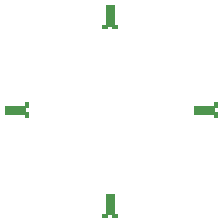
<source format=gbr>
%TF.GenerationSoftware,KiCad,Pcbnew,7.0.7*%
%TF.CreationDate,2024-01-19T08:56:41-05:00*%
%TF.ProjectId,LED_board,4c45445f-626f-4617-9264-2e6b69636164,rev?*%
%TF.SameCoordinates,Original*%
%TF.FileFunction,Paste,Top*%
%TF.FilePolarity,Positive*%
%FSLAX46Y46*%
G04 Gerber Fmt 4.6, Leading zero omitted, Abs format (unit mm)*
G04 Created by KiCad (PCBNEW 7.0.7) date 2024-01-19 08:56:41*
%MOMM*%
%LPD*%
G01*
G04 APERTURE LIST*
%ADD10C,0.010000*%
%ADD11R,0.560000X0.330000*%
%ADD12R,0.330000X0.560000*%
G04 APERTURE END LIST*
%TO.C,D2*%
D10*
X100315000Y-92850000D02*
X99685000Y-92850000D01*
X99685000Y-91150000D01*
X100315000Y-91150000D01*
X100315000Y-92850000D01*
G36*
X100315000Y-92850000D02*
G01*
X99685000Y-92850000D01*
X99685000Y-91150000D01*
X100315000Y-91150000D01*
X100315000Y-92850000D01*
G37*
%TO.C,D4*%
X108850000Y-100315000D02*
X107150000Y-100315000D01*
X107150000Y-99685000D01*
X108850000Y-99685000D01*
X108850000Y-100315000D01*
G36*
X108850000Y-100315000D02*
G01*
X107150000Y-100315000D01*
X107150000Y-99685000D01*
X108850000Y-99685000D01*
X108850000Y-100315000D01*
G37*
%TO.C,D1*%
X92850000Y-100315000D02*
X91150000Y-100315000D01*
X91150000Y-99685000D01*
X92850000Y-99685000D01*
X92850000Y-100315000D01*
G36*
X92850000Y-100315000D02*
G01*
X91150000Y-100315000D01*
X91150000Y-99685000D01*
X92850000Y-99685000D01*
X92850000Y-100315000D01*
G37*
%TO.C,D3*%
X100315000Y-108850000D02*
X99685000Y-108850000D01*
X99685000Y-107150000D01*
X100315000Y-107150000D01*
X100315000Y-108850000D01*
G36*
X100315000Y-108850000D02*
G01*
X99685000Y-108850000D01*
X99685000Y-107150000D01*
X100315000Y-107150000D01*
X100315000Y-108850000D01*
G37*
%TD*%
D11*
%TO.C,D2*%
X100430000Y-92955000D03*
X99570000Y-92955000D03*
%TD*%
D12*
%TO.C,D4*%
X108955000Y-99570000D03*
X108955000Y-100430000D03*
%TD*%
%TO.C,D1*%
X92955000Y-99570000D03*
X92955000Y-100430000D03*
%TD*%
D11*
%TO.C,D3*%
X100430000Y-108955000D03*
X99570000Y-108955000D03*
%TD*%
M02*

</source>
